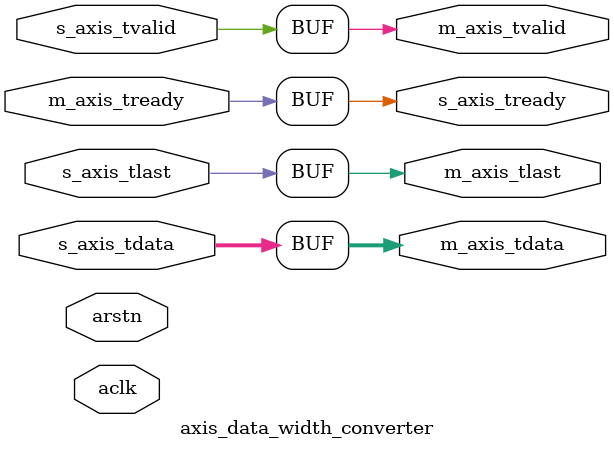
<source format=v>

`timescale 1ns/100ps

/*
 * Module: axis_data_width_converter
 *
 * Change size of streaming bus in even integers of. 1/2 2/1 2/4 4/2 etc.
 *
 * Parameters:
 *
 *   SLAVE_WIDTH    - Width of the slave input bus in bytes
 *   MASTER_WIDTH   - Width of the master output bus in bytes
 *   REVERSE        - Change byte order
 *
 * Ports:
 *
 *   aclk           - Clock for AXIS
 *   arstn          - Negative reset for AXIS
 *   m_axis_tdata   - Output data
 *   m_axis_tvalid  - When active high the output data is valid
 *   m_axis_tready  - When set active high the output device is ready for data.
 *   m_axis_tlast   - Indicates last word in stream.
 *   s_axis_tdata   - Input data
 *   s_axis_tvalid  - When set active high the input data is valid
 *   s_axis_tready  - When active high the device is ready for input data.
 *   s_axis_tlast   - Is this the last word in the stream (active high).
 */
module axis_data_width_converter #(
    parameter SLAVE_WIDTH   = 1,
    parameter MASTER_WIDTH  = 1,
    parameter REVERSE = 0
  )
  (
    input                         aclk,
    input                         arstn,
    output [(MASTER_WIDTH*8)-1:0] m_axis_tdata,
    output                        m_axis_tvalid,
    input                         m_axis_tready,
    output                        m_axis_tlast,
    input  [(SLAVE_WIDTH*8)-1:0]  s_axis_tdata,
    input                         s_axis_tvalid,
    output                        s_axis_tready,
    input                         s_axis_tlast
  );
  
  `include "util_helper_math.vh"
  
  //genvars
  genvar gen_index;

  generate
    // if they are the same... there really isn't a point.
    if(SLAVE_WIDTH == MASTER_WIDTH) begin
      assign m_axis_tdata  = s_axis_tdata;
      assign m_axis_tvalid = s_axis_tvalid;
      assign s_axis_tready = m_axis_tready;
      assign m_axis_tlast  = s_axis_tlast;
    // slave is smaller, use register build up method. (increase)
    end else if(SLAVE_WIDTH < MASTER_WIDTH) begin
      //buffer
      reg [(SLAVE_WIDTH*8)-1:0]  reg_data_buffer[MASTER_WIDTH/SLAVE_WIDTH-1:0];
      reg reg_data_valid;
      reg reg_data_last;
      //counter
      reg [clogb2(MASTER_WIDTH):0] counter;
      //index
      reg [clogb2(MASTER_WIDTH):0] index;
      
      reg p_m_axis_tready;
      
      //when ready lets let the component feeding us know.
      assign s_axis_tready  = (m_axis_tready | ~p_m_axis_tready) & arstn;
      //send out a reg valid to match reg data
      assign m_axis_tvalid  = reg_data_valid;
      //send out a reg tlast to match reg data
      assign m_axis_tlast = reg_data_last & reg_data_valid;
      
      //generate wires to connect reg_data_buffer to tdata out. reg_valid selects buffer if data is valid.
      for(gen_index = 0; gen_index < (MASTER_WIDTH/SLAVE_WIDTH); gen_index = gen_index + 1) begin
        assign m_axis_tdata[(8*SLAVE_WIDTH*(gen_index+1))-1:8*SLAVE_WIDTH*gen_index] = (reg_data_valid == 1'b1 ? reg_data_buffer[gen_index] : 0);
      end
      
      //process data
      always @(posedge aclk) begin
        //clear all
        if(arstn == 1'b0) begin
          for(index = 0; index < (MASTER_WIDTH/SLAVE_WIDTH); index = index + 1) begin
            reg_data_buffer[index] <= 0;
          end
          reg_data_valid    <= 0;
          reg_data_last     <= 0;
          counter           <= (REVERSE == 0 ? 0 : (MASTER_WIDTH/SLAVE_WIDTH)-1);
          p_m_axis_tready   <= 0;
        end else begin
          //when ready, 0 out data so we don't send out the same thing over and over.
          //if we are still sending data, the if below will blow this up (in a good way).
          if(m_axis_tready == 1'b1) begin
            reg_data_valid  <= 0;
            reg_data_last   <= 0;
            //no valid data, so lets 0 out previous to allow a valid assert of data without ready to happen.
            p_m_axis_tready <= 0;
          end
          
          //valid data and we are ready for data, or per axis standard we pump out valid data and wait for ready to continue.
          if((s_axis_tvalid == 1'b1) && (~p_m_axis_tready || m_axis_tready)) begin
            reg_data_buffer[counter] <= s_axis_tdata;
            
            reg_data_last <= reg_data_last | s_axis_tlast;
            
            p_m_axis_tready <= 1'b1;
            
            counter <= (REVERSE == 0 ? counter + 1 : counter - 1);
            
            if(counter == (REVERSE == 0 ? (MASTER_WIDTH/SLAVE_WIDTH)-1 : 0)) begin
              counter         <= (REVERSE == 0 ? 0 : (MASTER_WIDTH/SLAVE_WIDTH)-1);
              reg_data_valid  <= 1;
            end
          end
        end
      end
    // slave input is larger then master register method (reduce)
    end else begin
      //buffer
      reg [(MASTER_WIDTH*8)-1:0] reg_data_buffer[SLAVE_WIDTH/MASTER_WIDTH-1:0];
      reg                        reg_data_valid;
      reg                        reg_data_last[SLAVE_WIDTH/MASTER_WIDTH-1:0];
      reg [(MASTER_WIDTH*8)-1:0] reg_m_axis_tdata;
      
      //counter
      reg [clogb2(SLAVE_WIDTH):0] counter;
      //index
      reg [clogb2(SLAVE_WIDTH):0] index;
      
      //split s_axis
      wire [(MASTER_WIDTH*8)-1:0] split_s_axis_tdata[SLAVE_WIDTH/MASTER_WIDTH-1:0];
      
      //m_axis_tready
      reg p_m_axis_tready;
      
      //split slave tdata into pieces the size of master tdata
      for(gen_index = 0; gen_index < (SLAVE_WIDTH/MASTER_WIDTH); gen_index = gen_index + 1) begin
        assign split_s_axis_tdata[gen_index] = s_axis_tdata[(8*MASTER_WIDTH*(gen_index+1))-1:8*MASTER_WIDTH*gen_index] ;
      end
      
      //only ready when taking in data or if conditons say so.
      assign s_axis_tready = (counter == (SLAVE_WIDTH/MASTER_WIDTH)-1 ? (~p_m_axis_tready | m_axis_tready) & arstn : 1'b0);
      //output for master axis data
      assign m_axis_tdata  = (reg_data_valid == 1'b1 ? reg_data_buffer[counter] : 0);
      assign m_axis_tvalid = reg_data_valid;
      assign m_axis_tlast  = (reg_data_valid == 1'b1 ? reg_data_last[counter] : 0);
      
      //process data
      always @(posedge aclk) begin
        //clear all
        if(arstn == 1'b0) begin
          for(index = 0; index < (SLAVE_WIDTH/MASTER_WIDTH); index = index + 1) begin
            reg_data_buffer[index] <= 0;
            reg_data_last[index]   <= 0;
          end
          reg_data_valid    <= 0;
          reg_m_axis_tdata  <= 0;
          counter           <= (REVERSE == 0 ? (SLAVE_WIDTH/MASTER_WIDTH)-1 : 0);
          p_m_axis_tready   <= 0;
        end else begin
          //when ready, 0 out data so we don't send out the same thing over and over.
          //if we are still sending data, the if below will blow this up (in a good way).
          if(m_axis_tready == 1'b1) begin
            reg_data_valid  <= 0;
            //no valid data, so lets 0 out previous to allow a valid assert of data without ready to happen.
            p_m_axis_tready <= 0;
          end
          
          //when data is valid, counter is correct, and we are ready for data
          //(p tready tells if we have ever been, and allows for valid data to be output first if not, per axis standard).
          //Then lets register some new data, and reset the counter to 1 to output this new data starting at its top.
          if((s_axis_tvalid == 1'b1) && (counter == (REVERSE == 0 ? (MASTER_WIDTH/SLAVE_WIDTH)-1 : 0)) && (~p_m_axis_tready || m_axis_tready)) begin
            for(index = 0; index < (SLAVE_WIDTH/MASTER_WIDTH); index = index + 1) begin
              reg_data_buffer[index] <= split_s_axis_tdata[index];
              reg_data_last[index] <= ((index == (SLAVE_WIDTH/MASTER_WIDTH)-1) ? s_axis_tlast : 0);
            end
            
            counter <= (REVERSE == 0 ? 0 : (SLAVE_WIDTH/MASTER_WIDTH)-1);
            
            reg_data_valid  <= 1'b1;
            
            p_m_axis_tready <= 1'b1;
          end
          
          //only decrease the counter when its not 0 (underrun prevention) and the next core is ready for more data.
          if((counter != (REVERSE == 0 ? (MASTER_WIDTH/SLAVE_WIDTH)-1 : 0)) && (m_axis_tready == 1'b1)) begin
            counter         <= (REVERSE == 0 ? counter + 1 : counter - 1);
            reg_data_valid  <= 1'b1;
            p_m_axis_tready <= 1'b1;
          end         
        end
      end
    end
  endgenerate
  
endmodule

</source>
